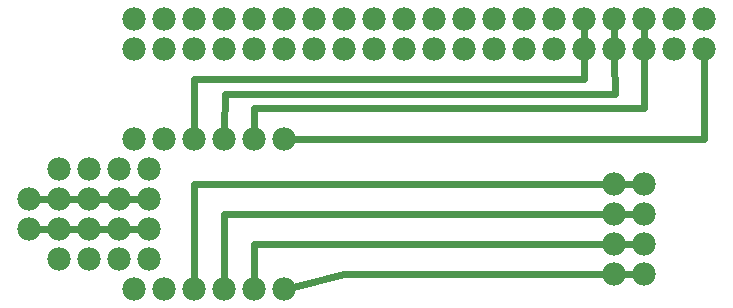
<source format=gbl>
G04 MADE WITH FRITZING*
G04 WWW.FRITZING.ORG*
G04 DOUBLE SIDED*
G04 HOLES PLATED*
G04 CONTOUR ON CENTER OF CONTOUR VECTOR*
%ASAXBY*%
%FSLAX23Y23*%
%MOIN*%
%OFA0B0*%
%SFA1.0B1.0*%
%ADD10C,0.078000*%
%ADD11C,0.077444*%
%ADD12C,0.024000*%
%LNCOPPER0*%
G90*
G70*
G54D10*
X445Y687D03*
X545Y687D03*
X645Y687D03*
X745Y687D03*
X845Y687D03*
X945Y687D03*
X445Y687D03*
X545Y687D03*
X645Y687D03*
X745Y687D03*
X845Y687D03*
X945Y687D03*
X945Y187D03*
X845Y187D03*
X745Y187D03*
X645Y187D03*
X545Y187D03*
X445Y187D03*
X945Y187D03*
X845Y187D03*
X745Y187D03*
X645Y187D03*
X545Y187D03*
X445Y187D03*
X195Y287D03*
X295Y287D03*
X395Y287D03*
X495Y287D03*
X195Y287D03*
X295Y287D03*
X395Y287D03*
X495Y287D03*
X195Y587D03*
X295Y587D03*
X395Y587D03*
X495Y587D03*
X195Y587D03*
X295Y587D03*
X395Y587D03*
X495Y587D03*
X2145Y537D03*
X2145Y437D03*
X2145Y337D03*
X2145Y237D03*
X2145Y537D03*
X2145Y437D03*
X2145Y337D03*
X2145Y237D03*
X2045Y537D03*
X2045Y437D03*
X2045Y337D03*
X2045Y237D03*
X2045Y537D03*
X2045Y437D03*
X2045Y337D03*
X2045Y237D03*
X495Y387D03*
X395Y387D03*
X295Y387D03*
X195Y387D03*
X95Y387D03*
X495Y387D03*
X395Y387D03*
X295Y387D03*
X195Y387D03*
X95Y387D03*
X95Y487D03*
X195Y487D03*
X295Y487D03*
X395Y487D03*
X495Y487D03*
X495Y387D03*
X395Y387D03*
X295Y387D03*
X195Y387D03*
X95Y387D03*
X495Y387D03*
X395Y387D03*
X295Y387D03*
X195Y387D03*
X95Y387D03*
X95Y487D03*
X195Y487D03*
X295Y487D03*
X395Y487D03*
X495Y487D03*
G54D11*
X445Y987D03*
X545Y987D03*
X645Y987D03*
X745Y987D03*
X845Y987D03*
X945Y987D03*
X1045Y987D03*
X1145Y987D03*
X1245Y986D03*
X1345Y987D03*
X1445Y987D03*
X1545Y987D03*
X1645Y987D03*
X1745Y987D03*
X1845Y987D03*
X1945Y987D03*
X2045Y987D03*
X2145Y987D03*
X2246Y987D03*
X2345Y987D03*
X2345Y1087D03*
X2246Y1087D03*
X2145Y1087D03*
X2045Y1087D03*
X1945Y1087D03*
X1845Y1087D03*
X1745Y1087D03*
X1645Y1087D03*
X1545Y1087D03*
X1445Y1087D03*
X1345Y1087D03*
X1245Y1087D03*
X1145Y1087D03*
X1045Y1087D03*
X945Y1087D03*
X845Y1087D03*
X745Y1087D03*
X645Y1087D03*
X545Y1087D03*
X445Y1087D03*
G54D12*
X2346Y688D02*
X975Y687D01*
D02*
X2345Y957D02*
X2346Y688D01*
D02*
X2145Y1018D02*
X2145Y1057D01*
D02*
X845Y718D02*
X844Y789D01*
D02*
X844Y789D02*
X2145Y789D01*
D02*
X2145Y789D02*
X2145Y957D01*
D02*
X2045Y1018D02*
X2045Y1057D01*
D02*
X747Y838D02*
X2047Y838D01*
D02*
X2047Y838D02*
X2045Y957D01*
D02*
X746Y718D02*
X747Y838D01*
D02*
X1945Y1018D02*
X1945Y1057D01*
D02*
X646Y887D02*
X1946Y887D01*
D02*
X645Y718D02*
X646Y887D01*
D02*
X1946Y887D02*
X1945Y957D01*
D02*
X846Y336D02*
X846Y218D01*
D02*
X2115Y337D02*
X846Y336D01*
D02*
X746Y437D02*
X745Y218D01*
D02*
X2115Y437D02*
X746Y437D01*
D02*
X645Y538D02*
X645Y218D01*
D02*
X2115Y537D02*
X645Y538D01*
D02*
X1146Y238D02*
X975Y195D01*
D02*
X2115Y238D02*
X1146Y238D01*
D02*
X165Y487D02*
X125Y487D01*
D02*
X125Y487D02*
X465Y487D01*
D02*
X465Y387D02*
X125Y387D01*
G04 End of Copper0*
M02*
</source>
